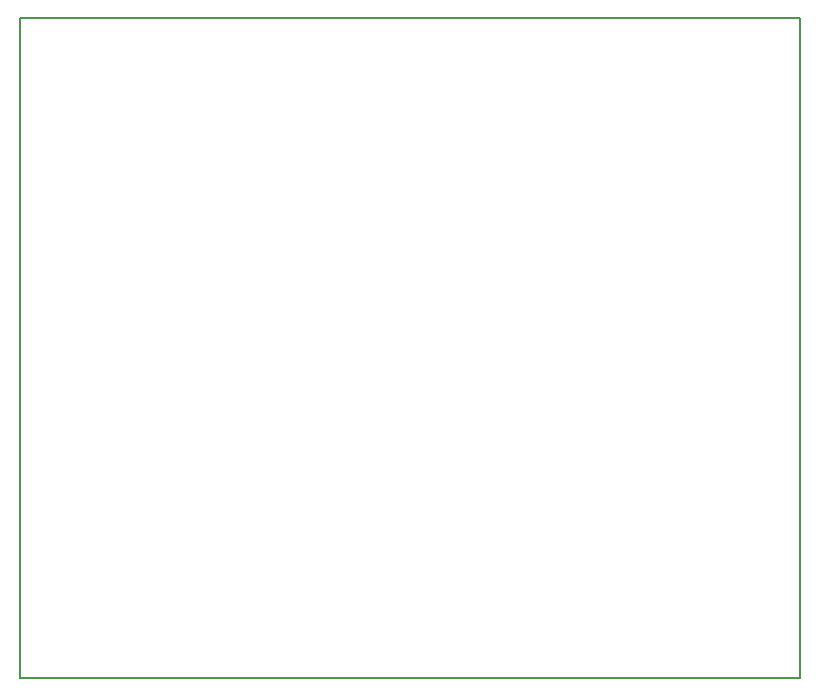
<source format=gbr>
G04 #@! TF.FileFunction,Other,User*
%FSLAX46Y46*%
G04 Gerber Fmt 4.6, Leading zero omitted, Abs format (unit mm)*
G04 Created by KiCad (PCBNEW 4.0.6-e0-6349~52~ubuntu16.10.1) date Tue Jul 11 23:35:05 2017*
%MOMM*%
%LPD*%
G01*
G04 APERTURE LIST*
%ADD10C,0.100000*%
%ADD11C,0.150000*%
G04 APERTURE END LIST*
D10*
D11*
X-33020000Y-27940000D02*
X-33020000Y27940000D01*
X33020000Y-27940000D02*
X-33020000Y-27940000D01*
X33020000Y27940000D02*
X33020000Y-27940000D01*
X-33020000Y27940000D02*
X33020000Y27940000D01*
M02*

</source>
